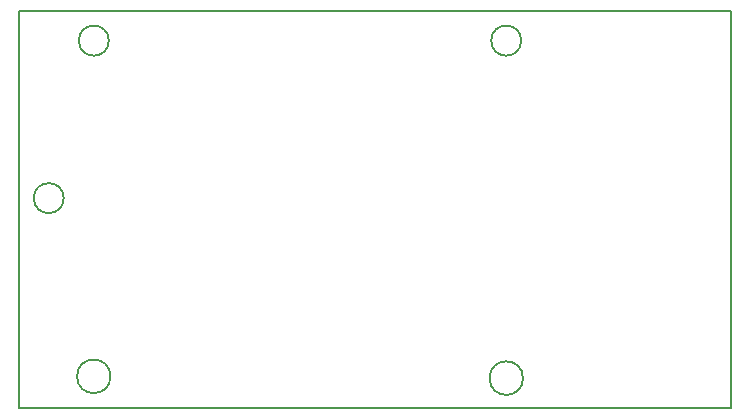
<source format=gbr>
G04 #@! TF.GenerationSoftware,KiCad,Pcbnew,(5.1.0)-1*
G04 #@! TF.CreationDate,2019-05-24T17:14:51-04:00*
G04 #@! TF.ProjectId,PicoTracker1Rev2,5069636f-5472-4616-936b-657231526576,rev?*
G04 #@! TF.SameCoordinates,Original*
G04 #@! TF.FileFunction,Profile,NP*
%FSLAX46Y46*%
G04 Gerber Fmt 4.6, Leading zero omitted, Abs format (unit mm)*
G04 Created by KiCad (PCBNEW (5.1.0)-1) date 2019-05-24 17:14:51*
%MOMM*%
%LPD*%
G04 APERTURE LIST*
%ADD10C,0.150000*%
G04 APERTURE END LIST*
D10*
X214779903Y-195580000D02*
G75*
G03X214779903Y-195580000I-1419903J0D01*
G01*
X175895000Y-180340000D02*
G75*
G03X175895000Y-180340000I-1270000J0D01*
G01*
X172085000Y-164465000D02*
X174625000Y-164465000D01*
X172085000Y-198120000D02*
X172085000Y-164465000D01*
X174625000Y-198120000D02*
X172085000Y-198120000D01*
X214630000Y-167005000D02*
G75*
G03X214630000Y-167005000I-1270000J0D01*
G01*
X179705000Y-167005000D02*
G75*
G03X179705000Y-167005000I-1270000J0D01*
G01*
X179854903Y-195430097D02*
G75*
G03X179854903Y-195430097I-1419903J0D01*
G01*
X232410000Y-198120000D02*
X232410000Y-164465000D01*
X232410000Y-164465000D02*
X174625000Y-164465000D01*
X174625000Y-198120000D02*
X232410000Y-198120000D01*
M02*

</source>
